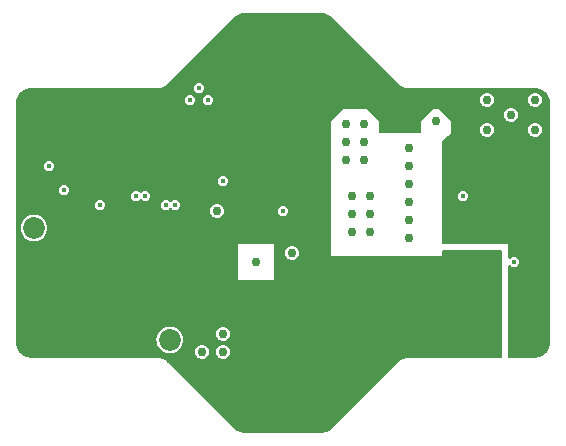
<source format=gbr>
%TF.GenerationSoftware,KiCad,Pcbnew,(7.0.0-0)*%
%TF.CreationDate,2023-08-11T18:05:37-07:00*%
%TF.ProjectId,Headlights_Driver,48656164-6c69-4676-9874-735f44726976,rev?*%
%TF.SameCoordinates,Original*%
%TF.FileFunction,Copper,L2,Inr*%
%TF.FilePolarity,Positive*%
%FSLAX46Y46*%
G04 Gerber Fmt 4.6, Leading zero omitted, Abs format (unit mm)*
G04 Created by KiCad (PCBNEW (7.0.0-0)) date 2023-08-11 18:05:37*
%MOMM*%
%LPD*%
G01*
G04 APERTURE LIST*
G04 Aperture macros list*
%AMRoundRect*
0 Rectangle with rounded corners*
0 $1 Rounding radius*
0 $2 $3 $4 $5 $6 $7 $8 $9 X,Y pos of 4 corners*
0 Add a 4 corners polygon primitive as box body*
4,1,4,$2,$3,$4,$5,$6,$7,$8,$9,$2,$3,0*
0 Add four circle primitives for the rounded corners*
1,1,$1+$1,$2,$3*
1,1,$1+$1,$4,$5*
1,1,$1+$1,$6,$7*
1,1,$1+$1,$8,$9*
0 Add four rect primitives between the rounded corners*
20,1,$1+$1,$2,$3,$4,$5,0*
20,1,$1+$1,$4,$5,$6,$7,0*
20,1,$1+$1,$6,$7,$8,$9,0*
20,1,$1+$1,$8,$9,$2,$3,0*%
G04 Aperture macros list end*
%TA.AperFunction,ComponentPad*%
%ADD10C,0.600000*%
%TD*%
%TA.AperFunction,ComponentPad*%
%ADD11C,0.800000*%
%TD*%
%TA.AperFunction,ComponentPad*%
%ADD12C,6.400000*%
%TD*%
%TA.AperFunction,ComponentPad*%
%ADD13RoundRect,0.250000X-0.675000X-0.675000X0.675000X-0.675000X0.675000X0.675000X-0.675000X0.675000X0*%
%TD*%
%TA.AperFunction,ComponentPad*%
%ADD14C,1.850000*%
%TD*%
%TA.AperFunction,ComponentPad*%
%ADD15RoundRect,0.250000X0.675000X-0.675000X0.675000X0.675000X-0.675000X0.675000X-0.675000X-0.675000X0*%
%TD*%
%TA.AperFunction,ViaPad*%
%ADD16C,0.450000*%
%TD*%
%TA.AperFunction,ViaPad*%
%ADD17C,0.762000*%
%TD*%
G04 APERTURE END LIST*
D10*
%TO.N,GND*%
%TO.C,U3*%
X141380000Y-78458000D03*
X143100000Y-78458000D03*
X142240000Y-77978000D03*
X141380000Y-77498000D03*
X143100000Y-77498000D03*
%TD*%
D11*
%TO.N,GND*%
%TO.C,H2*%
X143650000Y-91440000D03*
X144352944Y-89742944D03*
X144352944Y-93137056D03*
X146050000Y-89040000D03*
D12*
X146050000Y-91440000D03*
D11*
X146050000Y-93840000D03*
X147747056Y-89742944D03*
X147747056Y-93137056D03*
X148450000Y-91440000D03*
%TD*%
%TO.N,GND*%
%TO.C,H1*%
X143650000Y-63500000D03*
X144352944Y-61802944D03*
X144352944Y-65197056D03*
X146050000Y-61100000D03*
D12*
X146050000Y-63500000D03*
D11*
X146050000Y-65900000D03*
X147747056Y-61802944D03*
X147747056Y-65197056D03*
X148450000Y-63500000D03*
%TD*%
D13*
%TO.N,GND*%
%TO.C,J7*%
X132266000Y-87376000D03*
D14*
%TO.N,Vdrive*%
X136466000Y-87376000D03*
%TD*%
D15*
%TO.N,GND*%
%TO.C,J4*%
X124968000Y-82110000D03*
D14*
%TO.N,VDD*%
X124968000Y-77910000D03*
%TD*%
D16*
%TO.N,GND*%
X165608000Y-83058000D03*
D17*
X162560000Y-81026000D03*
D16*
X130810000Y-75227500D03*
D17*
X134620000Y-69850000D03*
X161798000Y-80264000D03*
X124206000Y-72898000D03*
D16*
X133096000Y-67056000D03*
X135128000Y-67056000D03*
X143764000Y-67056000D03*
D17*
X147574000Y-77216000D03*
D16*
X134112000Y-67056000D03*
D17*
X124206000Y-71882000D03*
X161036000Y-81026000D03*
X162560000Y-82550000D03*
D16*
X127508000Y-72898000D03*
D17*
X161798000Y-81788000D03*
D16*
X166370000Y-83058000D03*
X141732000Y-67056000D03*
D17*
X147574000Y-75946000D03*
X163322000Y-81788000D03*
D16*
X127508000Y-73660000D03*
D17*
X133350000Y-69850000D03*
X147574000Y-74676000D03*
D16*
X139192000Y-73914000D03*
X161290000Y-73660000D03*
X127508000Y-75692000D03*
D17*
X164084000Y-82550000D03*
X163322000Y-83312000D03*
X132080000Y-69850000D03*
%TO.N,VDD*%
X140970000Y-88392000D03*
X139192000Y-88392000D03*
X140970000Y-86868000D03*
D16*
%TO.N,/SWDIO*%
X138938000Y-66040000D03*
X136144000Y-75946000D03*
%TO.N,/SWCLK*%
X136906000Y-75946000D03*
X138176000Y-67056000D03*
%TO.N,/DRVR_EN*%
X146050000Y-76454000D03*
X139700000Y-67056000D03*
D17*
%TO.N,Net-(Q2-D)*%
X156718000Y-74168000D03*
X153416000Y-78232000D03*
X151892000Y-76708000D03*
X151892000Y-75184000D03*
X156718000Y-72644000D03*
X153416000Y-75184000D03*
X156718000Y-77216000D03*
X156718000Y-71120000D03*
X156718000Y-75692000D03*
X156718000Y-78740000D03*
X153416000Y-76708000D03*
X151892000Y-78232000D03*
D16*
%TO.N,/STATUS*%
X126238000Y-72644000D03*
X133604000Y-75184000D03*
D17*
%TO.N,/LED-*%
X163322000Y-67056000D03*
X167386000Y-67056000D03*
X165354000Y-68326000D03*
X163322000Y-69596000D03*
X167386000Y-69596000D03*
%TO.N,VS*%
X152908000Y-70612000D03*
X152908000Y-69088000D03*
X151384000Y-70612000D03*
X151384000Y-69088000D03*
X151384000Y-72136000D03*
X152908000Y-72136000D03*
%TO.N,Net-(D1-K)*%
X159004000Y-68834000D03*
X143764000Y-80772000D03*
D16*
%TO.N,/LOW*%
X140970000Y-73914000D03*
X134384646Y-75184000D03*
D17*
%TO.N,Net-(D2-K)*%
X140462000Y-76454000D03*
X146812000Y-80010000D03*
D16*
%TO.N,Net-(R3-Pad2)*%
X165608000Y-80772000D03*
X127508000Y-74676000D03*
%TO.N,Net-(R15-Pad1)*%
X130556000Y-75946000D03*
X161290000Y-75184000D03*
%TD*%
%TA.AperFunction,Conductor*%
%TO.N,GND*%
G36*
X149338889Y-59700889D02*
G01*
X149521089Y-59715235D01*
X149540609Y-59718327D01*
X149713510Y-59759843D01*
X149732308Y-59765952D01*
X149896580Y-59834002D01*
X149914185Y-59842973D01*
X149949863Y-59864838D01*
X150065792Y-59935885D01*
X150081786Y-59947506D01*
X150221104Y-60066501D01*
X150228366Y-60073215D01*
X155832077Y-65676926D01*
X155832131Y-65676948D01*
X155832223Y-65677023D01*
X155901882Y-65746687D01*
X155905881Y-65749592D01*
X155905885Y-65749596D01*
X155905928Y-65749627D01*
X156064937Y-65865161D01*
X156244519Y-65956670D01*
X156436205Y-66018960D01*
X156635274Y-66050497D01*
X156733962Y-66050499D01*
X156733963Y-66050500D01*
X156736051Y-66050500D01*
X167381044Y-66050500D01*
X167390929Y-66050887D01*
X167573154Y-66065229D01*
X167592661Y-66068319D01*
X167765571Y-66109830D01*
X167784365Y-66115937D01*
X167943755Y-66181959D01*
X167948637Y-66183981D01*
X167966254Y-66192957D01*
X168117861Y-66285862D01*
X168133857Y-66297484D01*
X168269060Y-66412959D01*
X168283040Y-66426939D01*
X168398515Y-66562142D01*
X168410137Y-66578138D01*
X168503042Y-66729745D01*
X168512018Y-66747362D01*
X168580060Y-66911629D01*
X168586170Y-66930433D01*
X168627678Y-67103328D01*
X168630771Y-67122856D01*
X168645112Y-67305070D01*
X168645500Y-67314956D01*
X168645500Y-87625044D01*
X168645112Y-87634930D01*
X168630771Y-87817143D01*
X168627678Y-87836671D01*
X168586170Y-88009566D01*
X168580060Y-88028370D01*
X168512018Y-88192637D01*
X168503042Y-88210254D01*
X168410137Y-88361861D01*
X168398515Y-88377857D01*
X168283040Y-88513060D01*
X168269060Y-88527040D01*
X168133857Y-88642515D01*
X168117861Y-88654137D01*
X167966254Y-88747042D01*
X167948637Y-88756018D01*
X167784370Y-88824060D01*
X167765566Y-88830170D01*
X167592671Y-88871678D01*
X167573143Y-88874771D01*
X167390930Y-88889112D01*
X167381044Y-88889500D01*
X165226000Y-88889500D01*
X165163000Y-88872619D01*
X165116881Y-88826500D01*
X165100000Y-88763500D01*
X165100000Y-81169938D01*
X165113733Y-81112735D01*
X165151939Y-81068002D01*
X165206289Y-81045489D01*
X165264936Y-81050105D01*
X165315095Y-81080842D01*
X165354780Y-81120528D01*
X165363612Y-81125028D01*
X165451752Y-81169938D01*
X165474874Y-81181719D01*
X165608000Y-81202804D01*
X165741126Y-81181719D01*
X165861220Y-81120528D01*
X165956528Y-81025220D01*
X166017719Y-80905126D01*
X166038804Y-80772000D01*
X166017719Y-80638874D01*
X165956528Y-80518780D01*
X165861220Y-80423472D01*
X165852388Y-80418972D01*
X165852387Y-80418971D01*
X165749959Y-80366781D01*
X165749955Y-80366779D01*
X165741126Y-80362281D01*
X165731334Y-80360730D01*
X165617793Y-80342747D01*
X165608000Y-80341196D01*
X165598207Y-80342747D01*
X165484665Y-80360730D01*
X165484663Y-80360730D01*
X165474874Y-80362281D01*
X165466046Y-80366778D01*
X165466040Y-80366781D01*
X165363612Y-80418971D01*
X165363608Y-80418973D01*
X165354780Y-80423472D01*
X165347771Y-80430480D01*
X165347768Y-80430483D01*
X165315095Y-80463157D01*
X165264936Y-80493895D01*
X165206289Y-80498511D01*
X165151939Y-80475998D01*
X165113733Y-80431265D01*
X165100000Y-80374062D01*
X165100000Y-79264590D01*
X165100000Y-79248000D01*
X165083410Y-79248000D01*
X159638000Y-79248000D01*
X159575000Y-79231119D01*
X159528881Y-79185000D01*
X159512000Y-79122000D01*
X159512000Y-75184000D01*
X160859196Y-75184000D01*
X160880281Y-75317126D01*
X160884779Y-75325955D01*
X160884781Y-75325959D01*
X160936971Y-75428387D01*
X160941472Y-75437220D01*
X161036780Y-75532528D01*
X161156874Y-75593719D01*
X161290000Y-75614804D01*
X161423126Y-75593719D01*
X161543220Y-75532528D01*
X161638528Y-75437220D01*
X161699719Y-75317126D01*
X161720804Y-75184000D01*
X161699719Y-75050874D01*
X161638528Y-74930780D01*
X161543220Y-74835472D01*
X161534388Y-74830972D01*
X161534387Y-74830971D01*
X161431959Y-74778781D01*
X161431955Y-74778779D01*
X161423126Y-74774281D01*
X161413334Y-74772730D01*
X161299793Y-74754747D01*
X161290000Y-74753196D01*
X161280207Y-74754747D01*
X161166665Y-74772730D01*
X161166663Y-74772730D01*
X161156874Y-74774281D01*
X161148046Y-74778778D01*
X161148040Y-74778781D01*
X161045612Y-74830971D01*
X161045608Y-74830973D01*
X161036780Y-74835472D01*
X161029771Y-74842480D01*
X161029768Y-74842483D01*
X160948483Y-74923768D01*
X160948480Y-74923771D01*
X160941472Y-74930780D01*
X160936973Y-74939608D01*
X160936971Y-74939612D01*
X160884781Y-75042040D01*
X160884778Y-75042046D01*
X160880281Y-75050874D01*
X160878730Y-75060663D01*
X160878730Y-75060665D01*
X160860747Y-75174207D01*
X160859196Y-75184000D01*
X159512000Y-75184000D01*
X159512000Y-70659456D01*
X159521670Y-70611047D01*
X159549197Y-70570069D01*
X160018391Y-70103939D01*
X160274000Y-69850000D01*
X160274000Y-69596000D01*
X162735482Y-69596000D01*
X162755467Y-69747802D01*
X162758623Y-69755422D01*
X162758625Y-69755428D01*
X162790807Y-69833119D01*
X162814061Y-69889259D01*
X162819084Y-69895806D01*
X162819087Y-69895810D01*
X162902246Y-70004185D01*
X162907269Y-70010731D01*
X162913814Y-70015753D01*
X163022189Y-70098912D01*
X163022191Y-70098913D01*
X163028741Y-70103939D01*
X163128780Y-70145377D01*
X163162571Y-70159374D01*
X163162572Y-70159374D01*
X163170198Y-70162533D01*
X163322000Y-70182518D01*
X163473802Y-70162533D01*
X163615259Y-70103939D01*
X163736731Y-70010731D01*
X163829939Y-69889259D01*
X163888533Y-69747802D01*
X163908518Y-69596000D01*
X166799482Y-69596000D01*
X166819467Y-69747802D01*
X166822623Y-69755422D01*
X166822625Y-69755428D01*
X166854807Y-69833119D01*
X166878061Y-69889259D01*
X166883084Y-69895806D01*
X166883087Y-69895810D01*
X166966246Y-70004185D01*
X166971269Y-70010731D01*
X166977814Y-70015753D01*
X167086189Y-70098912D01*
X167086191Y-70098913D01*
X167092741Y-70103939D01*
X167192780Y-70145377D01*
X167226571Y-70159374D01*
X167226572Y-70159374D01*
X167234198Y-70162533D01*
X167386000Y-70182518D01*
X167537802Y-70162533D01*
X167679259Y-70103939D01*
X167800731Y-70010731D01*
X167893939Y-69889259D01*
X167952533Y-69747802D01*
X167972518Y-69596000D01*
X167952533Y-69444198D01*
X167893939Y-69302741D01*
X167800731Y-69181269D01*
X167794185Y-69176246D01*
X167685810Y-69093087D01*
X167685806Y-69093084D01*
X167679259Y-69088061D01*
X167662119Y-69080961D01*
X167545428Y-69032625D01*
X167545422Y-69032623D01*
X167537802Y-69029467D01*
X167529618Y-69028389D01*
X167529616Y-69028389D01*
X167394188Y-69010560D01*
X167386000Y-69009482D01*
X167377812Y-69010560D01*
X167242383Y-69028389D01*
X167242379Y-69028389D01*
X167234198Y-69029467D01*
X167226579Y-69032622D01*
X167226571Y-69032625D01*
X167100369Y-69084901D01*
X167100366Y-69084902D01*
X167092741Y-69088061D01*
X167086196Y-69093082D01*
X167086189Y-69093087D01*
X166977814Y-69176246D01*
X166977810Y-69176249D01*
X166971269Y-69181269D01*
X166966249Y-69187810D01*
X166966246Y-69187814D01*
X166883087Y-69296189D01*
X166883082Y-69296196D01*
X166878061Y-69302741D01*
X166874902Y-69310366D01*
X166874901Y-69310369D01*
X166822625Y-69436571D01*
X166822622Y-69436579D01*
X166819467Y-69444198D01*
X166799482Y-69596000D01*
X163908518Y-69596000D01*
X163888533Y-69444198D01*
X163829939Y-69302741D01*
X163736731Y-69181269D01*
X163730185Y-69176246D01*
X163621810Y-69093087D01*
X163621806Y-69093084D01*
X163615259Y-69088061D01*
X163598119Y-69080961D01*
X163481428Y-69032625D01*
X163481422Y-69032623D01*
X163473802Y-69029467D01*
X163465618Y-69028389D01*
X163465616Y-69028389D01*
X163330188Y-69010560D01*
X163322000Y-69009482D01*
X163313812Y-69010560D01*
X163178383Y-69028389D01*
X163178379Y-69028389D01*
X163170198Y-69029467D01*
X163162579Y-69032622D01*
X163162571Y-69032625D01*
X163036369Y-69084901D01*
X163036366Y-69084902D01*
X163028741Y-69088061D01*
X163022196Y-69093082D01*
X163022189Y-69093087D01*
X162913814Y-69176246D01*
X162913810Y-69176249D01*
X162907269Y-69181269D01*
X162902249Y-69187810D01*
X162902246Y-69187814D01*
X162819087Y-69296189D01*
X162819082Y-69296196D01*
X162814061Y-69302741D01*
X162810902Y-69310366D01*
X162810901Y-69310369D01*
X162758625Y-69436571D01*
X162758622Y-69436579D01*
X162755467Y-69444198D01*
X162735482Y-69596000D01*
X160274000Y-69596000D01*
X160274000Y-68834000D01*
X159766000Y-68326000D01*
X164767482Y-68326000D01*
X164787467Y-68477802D01*
X164790623Y-68485422D01*
X164790625Y-68485428D01*
X164838961Y-68602119D01*
X164846061Y-68619259D01*
X164851084Y-68625806D01*
X164851087Y-68625810D01*
X164934246Y-68734185D01*
X164939269Y-68740731D01*
X164945814Y-68745753D01*
X165054189Y-68828912D01*
X165054191Y-68828913D01*
X165060741Y-68833939D01*
X165160780Y-68875377D01*
X165194571Y-68889374D01*
X165194572Y-68889374D01*
X165202198Y-68892533D01*
X165354000Y-68912518D01*
X165505802Y-68892533D01*
X165647259Y-68833939D01*
X165768731Y-68740731D01*
X165861939Y-68619259D01*
X165920533Y-68477802D01*
X165940518Y-68326000D01*
X165920533Y-68174198D01*
X165861939Y-68032741D01*
X165768731Y-67911269D01*
X165762185Y-67906246D01*
X165653810Y-67823087D01*
X165653806Y-67823084D01*
X165647259Y-67818061D01*
X165630119Y-67810961D01*
X165513428Y-67762625D01*
X165513422Y-67762623D01*
X165505802Y-67759467D01*
X165497618Y-67758389D01*
X165497616Y-67758389D01*
X165362188Y-67740560D01*
X165354000Y-67739482D01*
X165345812Y-67740560D01*
X165210383Y-67758389D01*
X165210379Y-67758389D01*
X165202198Y-67759467D01*
X165194579Y-67762622D01*
X165194571Y-67762625D01*
X165068369Y-67814901D01*
X165068366Y-67814902D01*
X165060741Y-67818061D01*
X165054196Y-67823082D01*
X165054189Y-67823087D01*
X164945814Y-67906246D01*
X164945810Y-67906249D01*
X164939269Y-67911269D01*
X164934249Y-67917810D01*
X164934246Y-67917814D01*
X164851087Y-68026189D01*
X164851082Y-68026196D01*
X164846061Y-68032741D01*
X164842902Y-68040366D01*
X164842901Y-68040369D01*
X164790625Y-68166571D01*
X164790622Y-68166579D01*
X164787467Y-68174198D01*
X164767482Y-68326000D01*
X159766000Y-68326000D01*
X159258000Y-67818000D01*
X158750000Y-67818000D01*
X158741227Y-67826772D01*
X158741224Y-67826775D01*
X157742775Y-68825224D01*
X157742772Y-68825227D01*
X157734000Y-68834000D01*
X157734000Y-68846410D01*
X157734000Y-69724000D01*
X157717119Y-69787000D01*
X157671000Y-69833119D01*
X157608000Y-69850000D01*
X154304000Y-69850000D01*
X154241000Y-69833119D01*
X154194881Y-69787000D01*
X154178000Y-69724000D01*
X154178000Y-68846410D01*
X154178000Y-68834000D01*
X153162000Y-67818000D01*
X151130000Y-67818000D01*
X151121227Y-67826772D01*
X151121224Y-67826775D01*
X150122775Y-68825224D01*
X150122772Y-68825227D01*
X150114000Y-68834000D01*
X150114000Y-80264000D01*
X159495410Y-80264000D01*
X159512000Y-80264000D01*
X159512000Y-79882000D01*
X159528881Y-79819000D01*
X159575000Y-79772881D01*
X159638000Y-79756000D01*
X164466000Y-79756000D01*
X164529000Y-79772881D01*
X164575119Y-79819000D01*
X164592000Y-79882000D01*
X164592000Y-88763500D01*
X164575119Y-88826500D01*
X164529000Y-88872619D01*
X164466000Y-88889500D01*
X156736137Y-88889500D01*
X156736051Y-88889488D01*
X156736051Y-88889478D01*
X156735977Y-88889477D01*
X156735970Y-88889477D01*
X156640225Y-88889475D01*
X156640223Y-88889475D01*
X156635272Y-88889475D01*
X156630390Y-88890248D01*
X156630379Y-88890249D01*
X156441085Y-88920228D01*
X156441079Y-88920229D01*
X156436194Y-88921003D01*
X156431486Y-88922532D01*
X156431485Y-88922533D01*
X156249207Y-88981760D01*
X156249197Y-88981764D01*
X156244501Y-88983290D01*
X156240099Y-88985532D01*
X156240092Y-88985536D01*
X156069317Y-89072557D01*
X156069303Y-89072565D01*
X156064914Y-89074802D01*
X156060921Y-89077702D01*
X156060915Y-89077707D01*
X155905863Y-89190372D01*
X155905854Y-89190379D01*
X155901857Y-89193284D01*
X155898363Y-89196777D01*
X155898354Y-89196786D01*
X155832076Y-89263074D01*
X155832075Y-89263073D01*
X155832066Y-89263084D01*
X150228048Y-94867101D01*
X150220790Y-94873811D01*
X150081811Y-94992527D01*
X150065813Y-95004152D01*
X149914212Y-95097062D01*
X149896594Y-95106040D01*
X149732326Y-95174087D01*
X149713519Y-95180198D01*
X149540624Y-95221706D01*
X149521092Y-95224799D01*
X149339161Y-95239112D01*
X149329279Y-95239500D01*
X142770999Y-95239500D01*
X142761111Y-95239111D01*
X142730250Y-95236681D01*
X142578909Y-95224766D01*
X142559384Y-95221674D01*
X142386481Y-95180163D01*
X142367681Y-95174054D01*
X142203410Y-95106016D01*
X142185795Y-95097041D01*
X142034177Y-95004138D01*
X142018184Y-94992520D01*
X141879429Y-94874030D01*
X141872157Y-94867308D01*
X136269456Y-89264607D01*
X136269405Y-89264541D01*
X136269415Y-89264532D01*
X136198149Y-89193277D01*
X136194148Y-89190370D01*
X136194144Y-89190367D01*
X136039083Y-89077722D01*
X136039080Y-89077720D01*
X136035081Y-89074815D01*
X135855491Y-88983318D01*
X135850794Y-88981792D01*
X135850792Y-88981791D01*
X135668506Y-88922565D01*
X135668505Y-88922564D01*
X135663800Y-88921036D01*
X135597285Y-88910500D01*
X135469617Y-88890277D01*
X135469609Y-88890276D01*
X135464727Y-88889503D01*
X135459788Y-88889502D01*
X135459778Y-88889502D01*
X135366037Y-88889500D01*
X124718956Y-88889500D01*
X124709070Y-88889112D01*
X124526856Y-88874771D01*
X124507328Y-88871678D01*
X124334433Y-88830170D01*
X124315629Y-88824060D01*
X124151362Y-88756018D01*
X124133745Y-88747042D01*
X123982138Y-88654137D01*
X123966142Y-88642515D01*
X123830939Y-88527040D01*
X123816959Y-88513060D01*
X123701484Y-88377857D01*
X123689862Y-88361861D01*
X123596957Y-88210254D01*
X123587981Y-88192637D01*
X123566766Y-88141420D01*
X123519937Y-88028365D01*
X123513829Y-88009566D01*
X123507647Y-87983814D01*
X123472319Y-87836661D01*
X123469229Y-87817154D01*
X123454887Y-87634929D01*
X123454500Y-87625044D01*
X123454500Y-87376000D01*
X135335678Y-87376000D01*
X135354924Y-87583696D01*
X135412006Y-87784319D01*
X135504981Y-87971038D01*
X135508489Y-87975684D01*
X135508492Y-87975688D01*
X135627169Y-88132842D01*
X135627173Y-88132846D01*
X135630682Y-88137493D01*
X135784829Y-88278016D01*
X135962172Y-88387823D01*
X135967602Y-88389926D01*
X135967605Y-88389928D01*
X136023034Y-88411401D01*
X136156673Y-88463173D01*
X136361707Y-88501500D01*
X136564465Y-88501500D01*
X136570293Y-88501500D01*
X136775327Y-88463173D01*
X136959046Y-88392000D01*
X138605482Y-88392000D01*
X138606560Y-88400188D01*
X138622412Y-88520601D01*
X138625467Y-88543802D01*
X138628623Y-88551422D01*
X138628625Y-88551428D01*
X138669024Y-88648957D01*
X138684061Y-88685259D01*
X138689084Y-88691806D01*
X138689087Y-88691810D01*
X138744097Y-88763500D01*
X138777269Y-88806731D01*
X138783814Y-88811753D01*
X138892189Y-88894912D01*
X138892191Y-88894913D01*
X138898741Y-88899939D01*
X138998780Y-88941377D01*
X139032571Y-88955374D01*
X139032572Y-88955374D01*
X139040198Y-88958533D01*
X139192000Y-88978518D01*
X139343802Y-88958533D01*
X139485259Y-88899939D01*
X139606731Y-88806731D01*
X139699939Y-88685259D01*
X139758533Y-88543802D01*
X139778518Y-88392000D01*
X140383482Y-88392000D01*
X140384560Y-88400188D01*
X140400412Y-88520601D01*
X140403467Y-88543802D01*
X140406623Y-88551422D01*
X140406625Y-88551428D01*
X140447024Y-88648957D01*
X140462061Y-88685259D01*
X140467084Y-88691806D01*
X140467087Y-88691810D01*
X140522097Y-88763500D01*
X140555269Y-88806731D01*
X140561814Y-88811753D01*
X140670189Y-88894912D01*
X140670191Y-88894913D01*
X140676741Y-88899939D01*
X140776780Y-88941377D01*
X140810571Y-88955374D01*
X140810572Y-88955374D01*
X140818198Y-88958533D01*
X140970000Y-88978518D01*
X141121802Y-88958533D01*
X141263259Y-88899939D01*
X141384731Y-88806731D01*
X141477939Y-88685259D01*
X141536533Y-88543802D01*
X141556518Y-88392000D01*
X141536533Y-88240198D01*
X141477939Y-88098741D01*
X141384731Y-87977269D01*
X141369814Y-87965823D01*
X141269810Y-87889087D01*
X141269806Y-87889084D01*
X141263259Y-87884061D01*
X141246119Y-87876961D01*
X141129428Y-87828625D01*
X141129422Y-87828623D01*
X141121802Y-87825467D01*
X141113618Y-87824389D01*
X141113616Y-87824389D01*
X140978188Y-87806560D01*
X140970000Y-87805482D01*
X140961812Y-87806560D01*
X140826383Y-87824389D01*
X140826379Y-87824389D01*
X140818198Y-87825467D01*
X140810579Y-87828622D01*
X140810571Y-87828625D01*
X140684369Y-87880901D01*
X140684366Y-87880902D01*
X140676741Y-87884061D01*
X140670196Y-87889082D01*
X140670189Y-87889087D01*
X140561814Y-87972246D01*
X140561810Y-87972249D01*
X140555269Y-87977269D01*
X140550249Y-87983810D01*
X140550246Y-87983814D01*
X140467087Y-88092189D01*
X140467082Y-88092196D01*
X140462061Y-88098741D01*
X140458902Y-88106366D01*
X140458901Y-88106369D01*
X140406625Y-88232571D01*
X140406622Y-88232579D01*
X140403467Y-88240198D01*
X140402389Y-88248379D01*
X140402389Y-88248383D01*
X140395445Y-88301129D01*
X140383482Y-88392000D01*
X139778518Y-88392000D01*
X139758533Y-88240198D01*
X139699939Y-88098741D01*
X139606731Y-87977269D01*
X139591814Y-87965823D01*
X139491810Y-87889087D01*
X139491806Y-87889084D01*
X139485259Y-87884061D01*
X139468119Y-87876961D01*
X139351428Y-87828625D01*
X139351422Y-87828623D01*
X139343802Y-87825467D01*
X139335618Y-87824389D01*
X139335616Y-87824389D01*
X139200188Y-87806560D01*
X139192000Y-87805482D01*
X139183812Y-87806560D01*
X139048383Y-87824389D01*
X139048379Y-87824389D01*
X139040198Y-87825467D01*
X139032579Y-87828622D01*
X139032571Y-87828625D01*
X138906369Y-87880901D01*
X138906366Y-87880902D01*
X138898741Y-87884061D01*
X138892196Y-87889082D01*
X138892189Y-87889087D01*
X138783814Y-87972246D01*
X138783810Y-87972249D01*
X138777269Y-87977269D01*
X138772249Y-87983810D01*
X138772246Y-87983814D01*
X138689087Y-88092189D01*
X138689082Y-88092196D01*
X138684061Y-88098741D01*
X138680902Y-88106366D01*
X138680901Y-88106369D01*
X138628625Y-88232571D01*
X138628622Y-88232579D01*
X138625467Y-88240198D01*
X138624389Y-88248379D01*
X138624389Y-88248383D01*
X138617445Y-88301129D01*
X138605482Y-88392000D01*
X136959046Y-88392000D01*
X136969828Y-88387823D01*
X137147171Y-88278016D01*
X137301318Y-88137493D01*
X137427019Y-87971038D01*
X137519994Y-87784319D01*
X137577076Y-87583696D01*
X137596322Y-87376000D01*
X137577076Y-87168304D01*
X137519994Y-86967681D01*
X137470359Y-86868000D01*
X140383482Y-86868000D01*
X140403467Y-87019802D01*
X140406623Y-87027422D01*
X140406625Y-87027428D01*
X140454961Y-87144119D01*
X140462061Y-87161259D01*
X140467084Y-87167806D01*
X140467087Y-87167810D01*
X140550246Y-87276185D01*
X140555269Y-87282731D01*
X140561814Y-87287753D01*
X140670189Y-87370912D01*
X140670191Y-87370913D01*
X140676741Y-87375939D01*
X140776780Y-87417377D01*
X140810571Y-87431374D01*
X140810572Y-87431374D01*
X140818198Y-87434533D01*
X140970000Y-87454518D01*
X141121802Y-87434533D01*
X141263259Y-87375939D01*
X141384731Y-87282731D01*
X141477939Y-87161259D01*
X141536533Y-87019802D01*
X141556518Y-86868000D01*
X141536533Y-86716198D01*
X141477939Y-86574741D01*
X141384731Y-86453269D01*
X141378185Y-86448246D01*
X141269810Y-86365087D01*
X141269806Y-86365084D01*
X141263259Y-86360061D01*
X141246119Y-86352961D01*
X141129428Y-86304625D01*
X141129422Y-86304623D01*
X141121802Y-86301467D01*
X141113618Y-86300389D01*
X141113616Y-86300389D01*
X140978188Y-86282560D01*
X140970000Y-86281482D01*
X140961812Y-86282560D01*
X140826383Y-86300389D01*
X140826379Y-86300389D01*
X140818198Y-86301467D01*
X140810579Y-86304622D01*
X140810571Y-86304625D01*
X140684369Y-86356901D01*
X140684366Y-86356902D01*
X140676741Y-86360061D01*
X140670196Y-86365082D01*
X140670189Y-86365087D01*
X140561814Y-86448246D01*
X140561810Y-86448249D01*
X140555269Y-86453269D01*
X140550249Y-86459810D01*
X140550246Y-86459814D01*
X140467087Y-86568189D01*
X140467082Y-86568196D01*
X140462061Y-86574741D01*
X140458902Y-86582366D01*
X140458901Y-86582369D01*
X140406625Y-86708571D01*
X140406622Y-86708579D01*
X140403467Y-86716198D01*
X140402389Y-86724379D01*
X140402389Y-86724383D01*
X140394254Y-86786176D01*
X140383482Y-86868000D01*
X137470359Y-86868000D01*
X137427019Y-86780962D01*
X137384293Y-86724383D01*
X137304830Y-86619157D01*
X137304827Y-86619153D01*
X137301318Y-86614507D01*
X137147171Y-86473984D01*
X136969828Y-86364177D01*
X136964401Y-86362074D01*
X136964394Y-86362071D01*
X136780753Y-86290929D01*
X136780752Y-86290928D01*
X136775327Y-86288827D01*
X136769608Y-86287758D01*
X136769605Y-86287757D01*
X136576019Y-86251570D01*
X136576015Y-86251569D01*
X136570293Y-86250500D01*
X136361707Y-86250500D01*
X136355985Y-86251569D01*
X136355980Y-86251570D01*
X136162394Y-86287757D01*
X136162388Y-86287758D01*
X136156673Y-86288827D01*
X136151250Y-86290927D01*
X136151246Y-86290929D01*
X135967605Y-86362071D01*
X135967593Y-86362076D01*
X135962172Y-86364177D01*
X135957221Y-86367242D01*
X135957216Y-86367245D01*
X135789778Y-86470919D01*
X135789772Y-86470922D01*
X135784829Y-86473984D01*
X135780528Y-86477904D01*
X135780525Y-86477907D01*
X135634990Y-86610579D01*
X135634985Y-86610583D01*
X135630682Y-86614507D01*
X135627177Y-86619147D01*
X135627169Y-86619157D01*
X135508492Y-86776311D01*
X135508486Y-86776320D01*
X135504981Y-86780962D01*
X135502387Y-86786169D01*
X135502384Y-86786176D01*
X135465718Y-86859812D01*
X135412006Y-86967681D01*
X135410411Y-86973283D01*
X135410411Y-86973286D01*
X135395007Y-87027428D01*
X135354924Y-87168304D01*
X135335678Y-87376000D01*
X123454500Y-87376000D01*
X123454500Y-79248000D01*
X142240000Y-79248000D01*
X142240000Y-82296000D01*
X145271410Y-82296000D01*
X145288000Y-82296000D01*
X145288000Y-80010000D01*
X146225482Y-80010000D01*
X146245467Y-80161802D01*
X146248623Y-80169422D01*
X146248625Y-80169428D01*
X146287799Y-80264000D01*
X146304061Y-80303259D01*
X146309084Y-80309806D01*
X146309087Y-80309810D01*
X146392246Y-80418185D01*
X146397269Y-80424731D01*
X146403814Y-80429753D01*
X146512189Y-80512912D01*
X146512191Y-80512913D01*
X146518741Y-80517939D01*
X146618780Y-80559377D01*
X146652571Y-80573374D01*
X146652572Y-80573374D01*
X146660198Y-80576533D01*
X146812000Y-80596518D01*
X146963802Y-80576533D01*
X147105259Y-80517939D01*
X147226731Y-80424731D01*
X147319939Y-80303259D01*
X147378533Y-80161802D01*
X147398518Y-80010000D01*
X147378533Y-79858198D01*
X147362296Y-79819000D01*
X147343193Y-79772881D01*
X147319939Y-79716741D01*
X147226731Y-79595269D01*
X147220185Y-79590246D01*
X147111810Y-79507087D01*
X147111806Y-79507084D01*
X147105259Y-79502061D01*
X147088119Y-79494961D01*
X146971428Y-79446625D01*
X146971422Y-79446623D01*
X146963802Y-79443467D01*
X146955618Y-79442389D01*
X146955616Y-79442389D01*
X146820188Y-79424560D01*
X146812000Y-79423482D01*
X146803812Y-79424560D01*
X146668383Y-79442389D01*
X146668379Y-79442389D01*
X146660198Y-79443467D01*
X146652579Y-79446622D01*
X146652571Y-79446625D01*
X146526369Y-79498901D01*
X146526366Y-79498902D01*
X146518741Y-79502061D01*
X146512196Y-79507082D01*
X146512189Y-79507087D01*
X146403814Y-79590246D01*
X146403810Y-79590249D01*
X146397269Y-79595269D01*
X146392249Y-79601810D01*
X146392246Y-79601814D01*
X146309087Y-79710189D01*
X146309082Y-79710196D01*
X146304061Y-79716741D01*
X146300902Y-79724366D01*
X146300901Y-79724369D01*
X146248625Y-79850571D01*
X146248622Y-79850579D01*
X146245467Y-79858198D01*
X146225482Y-80010000D01*
X145288000Y-80010000D01*
X145288000Y-79248000D01*
X142240000Y-79248000D01*
X123454500Y-79248000D01*
X123454500Y-77910000D01*
X123837678Y-77910000D01*
X123856924Y-78117696D01*
X123914006Y-78318319D01*
X124006981Y-78505038D01*
X124010489Y-78509684D01*
X124010492Y-78509688D01*
X124129169Y-78666842D01*
X124129173Y-78666846D01*
X124132682Y-78671493D01*
X124286829Y-78812016D01*
X124464172Y-78921823D01*
X124469602Y-78923926D01*
X124469605Y-78923928D01*
X124525034Y-78945401D01*
X124658673Y-78997173D01*
X124863707Y-79035500D01*
X125066465Y-79035500D01*
X125072293Y-79035500D01*
X125277327Y-78997173D01*
X125471828Y-78921823D01*
X125649171Y-78812016D01*
X125803318Y-78671493D01*
X125929019Y-78505038D01*
X126021994Y-78318319D01*
X126079076Y-78117696D01*
X126098322Y-77910000D01*
X126079076Y-77702304D01*
X126021994Y-77501681D01*
X125929019Y-77314962D01*
X125803318Y-77148507D01*
X125649171Y-77007984D01*
X125471828Y-76898177D01*
X125466401Y-76896074D01*
X125466394Y-76896071D01*
X125282753Y-76824929D01*
X125282752Y-76824928D01*
X125277327Y-76822827D01*
X125271608Y-76821758D01*
X125271605Y-76821757D01*
X125078019Y-76785570D01*
X125078015Y-76785569D01*
X125072293Y-76784500D01*
X124863707Y-76784500D01*
X124857985Y-76785569D01*
X124857980Y-76785570D01*
X124664394Y-76821757D01*
X124664388Y-76821758D01*
X124658673Y-76822827D01*
X124653250Y-76824927D01*
X124653246Y-76824929D01*
X124469605Y-76896071D01*
X124469593Y-76896076D01*
X124464172Y-76898177D01*
X124459221Y-76901242D01*
X124459216Y-76901245D01*
X124291778Y-77004919D01*
X124291772Y-77004922D01*
X124286829Y-77007984D01*
X124282528Y-77011904D01*
X124282525Y-77011907D01*
X124136990Y-77144579D01*
X124136985Y-77144583D01*
X124132682Y-77148507D01*
X124129177Y-77153147D01*
X124129169Y-77153157D01*
X124010492Y-77310311D01*
X124010486Y-77310320D01*
X124006981Y-77314962D01*
X124004387Y-77320169D01*
X124004384Y-77320176D01*
X123916602Y-77496467D01*
X123914006Y-77501681D01*
X123856924Y-77702304D01*
X123837678Y-77910000D01*
X123454500Y-77910000D01*
X123454500Y-76454000D01*
X139875482Y-76454000D01*
X139895467Y-76605802D01*
X139898623Y-76613422D01*
X139898625Y-76613428D01*
X139933817Y-76698387D01*
X139954061Y-76747259D01*
X139959084Y-76753806D01*
X139959087Y-76753810D01*
X140039969Y-76859218D01*
X140047269Y-76868731D01*
X140053814Y-76873753D01*
X140162189Y-76956912D01*
X140162191Y-76956913D01*
X140168741Y-76961939D01*
X140268780Y-77003377D01*
X140302571Y-77017374D01*
X140302572Y-77017374D01*
X140310198Y-77020533D01*
X140462000Y-77040518D01*
X140613802Y-77020533D01*
X140755259Y-76961939D01*
X140876731Y-76868731D01*
X140969939Y-76747259D01*
X141028533Y-76605802D01*
X141048518Y-76454000D01*
X145619196Y-76454000D01*
X145640281Y-76587126D01*
X145644779Y-76595955D01*
X145644781Y-76595959D01*
X145696971Y-76698387D01*
X145701472Y-76707220D01*
X145796780Y-76802528D01*
X145916874Y-76863719D01*
X146050000Y-76884804D01*
X146183126Y-76863719D01*
X146303220Y-76802528D01*
X146398528Y-76707220D01*
X146459719Y-76587126D01*
X146480804Y-76454000D01*
X146459719Y-76320874D01*
X146398528Y-76200780D01*
X146303220Y-76105472D01*
X146294388Y-76100972D01*
X146294387Y-76100971D01*
X146191959Y-76048781D01*
X146191955Y-76048779D01*
X146183126Y-76044281D01*
X146173334Y-76042730D01*
X146059793Y-76024747D01*
X146050000Y-76023196D01*
X146040207Y-76024747D01*
X145926665Y-76042730D01*
X145926663Y-76042730D01*
X145916874Y-76044281D01*
X145908046Y-76048778D01*
X145908040Y-76048781D01*
X145805612Y-76100971D01*
X145805608Y-76100973D01*
X145796780Y-76105472D01*
X145789771Y-76112480D01*
X145789768Y-76112483D01*
X145708483Y-76193768D01*
X145708480Y-76193771D01*
X145701472Y-76200780D01*
X145696973Y-76209608D01*
X145696971Y-76209612D01*
X145644781Y-76312040D01*
X145644778Y-76312046D01*
X145640281Y-76320874D01*
X145638730Y-76330663D01*
X145638730Y-76330665D01*
X145620747Y-76444207D01*
X145619196Y-76454000D01*
X141048518Y-76454000D01*
X141028533Y-76302198D01*
X141022451Y-76287516D01*
X140990182Y-76209612D01*
X140969939Y-76160741D01*
X140950563Y-76135490D01*
X140881753Y-76045814D01*
X140876731Y-76039269D01*
X140870185Y-76034246D01*
X140761810Y-75951087D01*
X140761806Y-75951084D01*
X140755259Y-75946061D01*
X140731470Y-75936207D01*
X140621428Y-75890625D01*
X140621422Y-75890623D01*
X140613802Y-75887467D01*
X140605618Y-75886389D01*
X140605616Y-75886389D01*
X140470188Y-75868560D01*
X140462000Y-75867482D01*
X140453812Y-75868560D01*
X140318383Y-75886389D01*
X140318379Y-75886389D01*
X140310198Y-75887467D01*
X140302579Y-75890622D01*
X140302571Y-75890625D01*
X140176369Y-75942901D01*
X140176366Y-75942902D01*
X140168741Y-75946061D01*
X140162196Y-75951082D01*
X140162189Y-75951087D01*
X140053814Y-76034246D01*
X140053810Y-76034249D01*
X140047269Y-76039269D01*
X140042249Y-76045810D01*
X140042246Y-76045814D01*
X139959087Y-76154189D01*
X139959082Y-76154196D01*
X139954061Y-76160741D01*
X139950902Y-76168366D01*
X139950901Y-76168369D01*
X139898625Y-76294571D01*
X139898622Y-76294579D01*
X139895467Y-76302198D01*
X139875482Y-76454000D01*
X123454500Y-76454000D01*
X123454500Y-75946000D01*
X130125196Y-75946000D01*
X130146281Y-76079126D01*
X130150779Y-76087955D01*
X130150781Y-76087959D01*
X130202971Y-76190387D01*
X130207472Y-76199220D01*
X130302780Y-76294528D01*
X130422874Y-76355719D01*
X130556000Y-76376804D01*
X130689126Y-76355719D01*
X130809220Y-76294528D01*
X130904528Y-76199220D01*
X130965719Y-76079126D01*
X130986804Y-75946000D01*
X135713196Y-75946000D01*
X135734281Y-76079126D01*
X135738779Y-76087955D01*
X135738781Y-76087959D01*
X135790971Y-76190387D01*
X135795472Y-76199220D01*
X135890780Y-76294528D01*
X136010874Y-76355719D01*
X136144000Y-76376804D01*
X136277126Y-76355719D01*
X136397220Y-76294528D01*
X136435905Y-76255842D01*
X136492389Y-76223231D01*
X136557611Y-76223231D01*
X136614095Y-76255843D01*
X136652780Y-76294528D01*
X136772874Y-76355719D01*
X136906000Y-76376804D01*
X137039126Y-76355719D01*
X137159220Y-76294528D01*
X137254528Y-76199220D01*
X137315719Y-76079126D01*
X137336804Y-75946000D01*
X137315719Y-75812874D01*
X137254528Y-75692780D01*
X137159220Y-75597472D01*
X137150388Y-75592972D01*
X137150387Y-75592971D01*
X137047959Y-75540781D01*
X137047955Y-75540779D01*
X137039126Y-75536281D01*
X137029334Y-75534730D01*
X136915793Y-75516747D01*
X136906000Y-75515196D01*
X136896207Y-75516747D01*
X136782665Y-75534730D01*
X136782663Y-75534730D01*
X136772874Y-75536281D01*
X136764046Y-75540778D01*
X136764040Y-75540781D01*
X136661612Y-75592971D01*
X136661608Y-75592973D01*
X136652780Y-75597472D01*
X136645771Y-75604480D01*
X136645768Y-75604483D01*
X136614095Y-75636157D01*
X136557611Y-75668769D01*
X136492389Y-75668769D01*
X136435905Y-75636157D01*
X136404231Y-75604483D01*
X136397220Y-75597472D01*
X136388388Y-75592972D01*
X136388387Y-75592971D01*
X136285959Y-75540781D01*
X136285955Y-75540779D01*
X136277126Y-75536281D01*
X136267334Y-75534730D01*
X136153793Y-75516747D01*
X136144000Y-75515196D01*
X136134207Y-75516747D01*
X136020665Y-75534730D01*
X136020663Y-75534730D01*
X136010874Y-75536281D01*
X136002046Y-75540778D01*
X136002040Y-75540781D01*
X135899612Y-75592971D01*
X135899608Y-75592973D01*
X135890780Y-75597472D01*
X135883771Y-75604480D01*
X135883768Y-75604483D01*
X135802483Y-75685768D01*
X135802480Y-75685771D01*
X135795472Y-75692780D01*
X135790973Y-75701608D01*
X135790971Y-75701612D01*
X135738781Y-75804040D01*
X135738778Y-75804046D01*
X135734281Y-75812874D01*
X135732730Y-75822663D01*
X135732730Y-75822665D01*
X135714747Y-75936207D01*
X135713196Y-75946000D01*
X130986804Y-75946000D01*
X130965719Y-75812874D01*
X130904528Y-75692780D01*
X130809220Y-75597472D01*
X130800388Y-75592972D01*
X130800387Y-75592971D01*
X130697959Y-75540781D01*
X130697955Y-75540779D01*
X130689126Y-75536281D01*
X130679334Y-75534730D01*
X130565793Y-75516747D01*
X130556000Y-75515196D01*
X130546207Y-75516747D01*
X130432665Y-75534730D01*
X130432663Y-75534730D01*
X130422874Y-75536281D01*
X130414046Y-75540778D01*
X130414040Y-75540781D01*
X130311612Y-75592971D01*
X130311608Y-75592973D01*
X130302780Y-75597472D01*
X130295771Y-75604480D01*
X130295768Y-75604483D01*
X130214483Y-75685768D01*
X130214480Y-75685771D01*
X130207472Y-75692780D01*
X130202973Y-75701608D01*
X130202971Y-75701612D01*
X130150781Y-75804040D01*
X130150778Y-75804046D01*
X130146281Y-75812874D01*
X130144730Y-75822663D01*
X130144730Y-75822665D01*
X130126747Y-75936207D01*
X130125196Y-75946000D01*
X123454500Y-75946000D01*
X123454500Y-75184000D01*
X133173196Y-75184000D01*
X133194281Y-75317126D01*
X133198779Y-75325955D01*
X133198781Y-75325959D01*
X133250971Y-75428387D01*
X133255472Y-75437220D01*
X133350780Y-75532528D01*
X133470874Y-75593719D01*
X133604000Y-75614804D01*
X133737126Y-75593719D01*
X133857220Y-75532528D01*
X133905228Y-75484520D01*
X133961712Y-75451908D01*
X134026934Y-75451908D01*
X134083418Y-75484520D01*
X134131426Y-75532528D01*
X134251520Y-75593719D01*
X134384646Y-75614804D01*
X134517772Y-75593719D01*
X134637866Y-75532528D01*
X134733174Y-75437220D01*
X134794365Y-75317126D01*
X134815450Y-75184000D01*
X134794365Y-75050874D01*
X134733174Y-74930780D01*
X134637866Y-74835472D01*
X134629034Y-74830972D01*
X134629033Y-74830971D01*
X134526605Y-74778781D01*
X134526601Y-74778779D01*
X134517772Y-74774281D01*
X134507980Y-74772730D01*
X134394439Y-74754747D01*
X134384646Y-74753196D01*
X134374853Y-74754747D01*
X134261311Y-74772730D01*
X134261309Y-74772730D01*
X134251520Y-74774281D01*
X134242692Y-74778778D01*
X134242686Y-74778781D01*
X134140258Y-74830971D01*
X134140254Y-74830973D01*
X134131426Y-74835472D01*
X134124417Y-74842480D01*
X134124414Y-74842483D01*
X134083418Y-74883480D01*
X134026934Y-74916092D01*
X133961712Y-74916092D01*
X133905228Y-74883480D01*
X133864231Y-74842483D01*
X133857220Y-74835472D01*
X133848388Y-74830972D01*
X133848387Y-74830971D01*
X133745959Y-74778781D01*
X133745955Y-74778779D01*
X133737126Y-74774281D01*
X133727334Y-74772730D01*
X133613793Y-74754747D01*
X133604000Y-74753196D01*
X133594207Y-74754747D01*
X133480665Y-74772730D01*
X133480663Y-74772730D01*
X133470874Y-74774281D01*
X133462046Y-74778778D01*
X133462040Y-74778781D01*
X133359612Y-74830971D01*
X133359608Y-74830973D01*
X133350780Y-74835472D01*
X133343771Y-74842480D01*
X133343768Y-74842483D01*
X133262483Y-74923768D01*
X133262480Y-74923771D01*
X133255472Y-74930780D01*
X133250973Y-74939608D01*
X133250971Y-74939612D01*
X133198781Y-75042040D01*
X133198778Y-75042046D01*
X133194281Y-75050874D01*
X133192730Y-75060663D01*
X133192730Y-75060665D01*
X133174747Y-75174207D01*
X133173196Y-75184000D01*
X123454500Y-75184000D01*
X123454500Y-74676000D01*
X127077196Y-74676000D01*
X127098281Y-74809126D01*
X127102779Y-74817955D01*
X127102781Y-74817959D01*
X127115277Y-74842483D01*
X127159472Y-74929220D01*
X127254780Y-75024528D01*
X127374874Y-75085719D01*
X127508000Y-75106804D01*
X127641126Y-75085719D01*
X127761220Y-75024528D01*
X127856528Y-74929220D01*
X127917719Y-74809126D01*
X127938804Y-74676000D01*
X127917719Y-74542874D01*
X127856528Y-74422780D01*
X127761220Y-74327472D01*
X127752388Y-74322972D01*
X127752387Y-74322971D01*
X127649959Y-74270781D01*
X127649955Y-74270779D01*
X127641126Y-74266281D01*
X127631334Y-74264730D01*
X127517793Y-74246747D01*
X127508000Y-74245196D01*
X127498207Y-74246747D01*
X127384665Y-74264730D01*
X127384663Y-74264730D01*
X127374874Y-74266281D01*
X127366046Y-74270778D01*
X127366040Y-74270781D01*
X127263612Y-74322971D01*
X127263608Y-74322973D01*
X127254780Y-74327472D01*
X127247771Y-74334480D01*
X127247768Y-74334483D01*
X127166483Y-74415768D01*
X127166480Y-74415771D01*
X127159472Y-74422780D01*
X127154973Y-74431608D01*
X127154971Y-74431612D01*
X127102781Y-74534040D01*
X127102778Y-74534046D01*
X127098281Y-74542874D01*
X127077196Y-74676000D01*
X123454500Y-74676000D01*
X123454500Y-73914000D01*
X140539196Y-73914000D01*
X140560281Y-74047126D01*
X140564779Y-74055955D01*
X140564781Y-74055959D01*
X140616971Y-74158387D01*
X140621472Y-74167220D01*
X140716780Y-74262528D01*
X140836874Y-74323719D01*
X140970000Y-74344804D01*
X141103126Y-74323719D01*
X141223220Y-74262528D01*
X141318528Y-74167220D01*
X141379719Y-74047126D01*
X141400804Y-73914000D01*
X141379719Y-73780874D01*
X141318528Y-73660780D01*
X141223220Y-73565472D01*
X141214388Y-73560972D01*
X141214387Y-73560971D01*
X141111959Y-73508781D01*
X141111955Y-73508779D01*
X141103126Y-73504281D01*
X141093334Y-73502730D01*
X140979793Y-73484747D01*
X140970000Y-73483196D01*
X140960207Y-73484747D01*
X140846665Y-73502730D01*
X140846663Y-73502730D01*
X140836874Y-73504281D01*
X140828046Y-73508778D01*
X140828040Y-73508781D01*
X140725612Y-73560971D01*
X140725608Y-73560973D01*
X140716780Y-73565472D01*
X140709771Y-73572480D01*
X140709768Y-73572483D01*
X140628483Y-73653768D01*
X140628480Y-73653771D01*
X140621472Y-73660780D01*
X140616973Y-73669608D01*
X140616971Y-73669612D01*
X140564781Y-73772040D01*
X140564778Y-73772046D01*
X140560281Y-73780874D01*
X140539196Y-73914000D01*
X123454500Y-73914000D01*
X123454500Y-72644000D01*
X125807196Y-72644000D01*
X125828281Y-72777126D01*
X125832779Y-72785955D01*
X125832781Y-72785959D01*
X125884971Y-72888387D01*
X125889472Y-72897220D01*
X125984780Y-72992528D01*
X126104874Y-73053719D01*
X126238000Y-73074804D01*
X126371126Y-73053719D01*
X126491220Y-72992528D01*
X126586528Y-72897220D01*
X126647719Y-72777126D01*
X126668804Y-72644000D01*
X126647719Y-72510874D01*
X126586528Y-72390780D01*
X126491220Y-72295472D01*
X126482388Y-72290972D01*
X126482387Y-72290971D01*
X126379959Y-72238781D01*
X126379955Y-72238779D01*
X126371126Y-72234281D01*
X126361334Y-72232730D01*
X126247793Y-72214747D01*
X126238000Y-72213196D01*
X126228207Y-72214747D01*
X126114665Y-72232730D01*
X126114663Y-72232730D01*
X126104874Y-72234281D01*
X126096046Y-72238778D01*
X126096040Y-72238781D01*
X125993612Y-72290971D01*
X125993608Y-72290973D01*
X125984780Y-72295472D01*
X125977771Y-72302480D01*
X125977768Y-72302483D01*
X125896483Y-72383768D01*
X125896480Y-72383771D01*
X125889472Y-72390780D01*
X125884973Y-72399608D01*
X125884971Y-72399612D01*
X125832781Y-72502040D01*
X125832778Y-72502046D01*
X125828281Y-72510874D01*
X125807196Y-72644000D01*
X123454500Y-72644000D01*
X123454500Y-67314956D01*
X123454888Y-67305071D01*
X123461943Y-67215428D01*
X123469229Y-67122845D01*
X123472318Y-67103340D01*
X123483683Y-67056000D01*
X137745196Y-67056000D01*
X137766281Y-67189126D01*
X137770779Y-67197955D01*
X137770781Y-67197959D01*
X137822971Y-67300387D01*
X137827472Y-67309220D01*
X137922780Y-67404528D01*
X138042874Y-67465719D01*
X138176000Y-67486804D01*
X138309126Y-67465719D01*
X138429220Y-67404528D01*
X138524528Y-67309220D01*
X138585719Y-67189126D01*
X138606804Y-67056000D01*
X139269196Y-67056000D01*
X139290281Y-67189126D01*
X139294779Y-67197955D01*
X139294781Y-67197959D01*
X139346971Y-67300387D01*
X139351472Y-67309220D01*
X139446780Y-67404528D01*
X139566874Y-67465719D01*
X139700000Y-67486804D01*
X139833126Y-67465719D01*
X139953220Y-67404528D01*
X140048528Y-67309220D01*
X140109719Y-67189126D01*
X140130804Y-67056000D01*
X162735482Y-67056000D01*
X162755467Y-67207802D01*
X162758623Y-67215422D01*
X162758625Y-67215428D01*
X162796934Y-67307912D01*
X162814061Y-67349259D01*
X162819084Y-67355806D01*
X162819087Y-67355810D01*
X162856470Y-67404528D01*
X162907269Y-67470731D01*
X162913814Y-67475753D01*
X163022189Y-67558912D01*
X163022191Y-67558913D01*
X163028741Y-67563939D01*
X163128780Y-67605377D01*
X163162571Y-67619374D01*
X163162572Y-67619374D01*
X163170198Y-67622533D01*
X163322000Y-67642518D01*
X163473802Y-67622533D01*
X163615259Y-67563939D01*
X163736731Y-67470731D01*
X163829939Y-67349259D01*
X163888533Y-67207802D01*
X163908518Y-67056000D01*
X166799482Y-67056000D01*
X166819467Y-67207802D01*
X166822623Y-67215422D01*
X166822625Y-67215428D01*
X166860934Y-67307912D01*
X166878061Y-67349259D01*
X166883084Y-67355806D01*
X166883087Y-67355810D01*
X166920470Y-67404528D01*
X166971269Y-67470731D01*
X166977814Y-67475753D01*
X167086189Y-67558912D01*
X167086191Y-67558913D01*
X167092741Y-67563939D01*
X167192780Y-67605377D01*
X167226571Y-67619374D01*
X167226572Y-67619374D01*
X167234198Y-67622533D01*
X167386000Y-67642518D01*
X167537802Y-67622533D01*
X167679259Y-67563939D01*
X167800731Y-67470731D01*
X167893939Y-67349259D01*
X167952533Y-67207802D01*
X167972518Y-67056000D01*
X167952533Y-66904198D01*
X167893939Y-66762741D01*
X167882138Y-66747362D01*
X167805753Y-66647814D01*
X167800731Y-66641269D01*
X167794185Y-66636246D01*
X167685810Y-66553087D01*
X167685806Y-66553084D01*
X167679259Y-66548061D01*
X167662119Y-66540961D01*
X167545428Y-66492625D01*
X167545422Y-66492623D01*
X167537802Y-66489467D01*
X167529618Y-66488389D01*
X167529616Y-66488389D01*
X167408541Y-66472449D01*
X167386000Y-66469482D01*
X167367515Y-66471915D01*
X167242383Y-66488389D01*
X167242379Y-66488389D01*
X167234198Y-66489467D01*
X167226579Y-66492622D01*
X167226571Y-66492625D01*
X167100369Y-66544901D01*
X167100366Y-66544902D01*
X167092741Y-66548061D01*
X167086196Y-66553082D01*
X167086189Y-66553087D01*
X166977814Y-66636246D01*
X166977810Y-66636249D01*
X166971269Y-66641269D01*
X166966249Y-66647810D01*
X166966246Y-66647814D01*
X166883087Y-66756189D01*
X166883082Y-66756196D01*
X166878061Y-66762741D01*
X166874902Y-66770366D01*
X166874901Y-66770369D01*
X166822625Y-66896571D01*
X166822622Y-66896579D01*
X166819467Y-66904198D01*
X166799482Y-67056000D01*
X163908518Y-67056000D01*
X163888533Y-66904198D01*
X163829939Y-66762741D01*
X163818138Y-66747362D01*
X163741753Y-66647814D01*
X163736731Y-66641269D01*
X163730185Y-66636246D01*
X163621810Y-66553087D01*
X163621806Y-66553084D01*
X163615259Y-66548061D01*
X163598119Y-66540961D01*
X163481428Y-66492625D01*
X163481422Y-66492623D01*
X163473802Y-66489467D01*
X163465618Y-66488389D01*
X163465616Y-66488389D01*
X163344541Y-66472449D01*
X163322000Y-66469482D01*
X163303515Y-66471915D01*
X163178383Y-66488389D01*
X163178379Y-66488389D01*
X163170198Y-66489467D01*
X163162579Y-66492622D01*
X163162571Y-66492625D01*
X163036369Y-66544901D01*
X163036366Y-66544902D01*
X163028741Y-66548061D01*
X163022196Y-66553082D01*
X163022189Y-66553087D01*
X162913814Y-66636246D01*
X162913810Y-66636249D01*
X162907269Y-66641269D01*
X162902249Y-66647810D01*
X162902246Y-66647814D01*
X162819087Y-66756189D01*
X162819082Y-66756196D01*
X162814061Y-66762741D01*
X162810902Y-66770366D01*
X162810901Y-66770369D01*
X162758625Y-66896571D01*
X162758622Y-66896579D01*
X162755467Y-66904198D01*
X162735482Y-67056000D01*
X140130804Y-67056000D01*
X140109719Y-66922874D01*
X140103989Y-66911629D01*
X140053028Y-66811612D01*
X140048528Y-66802780D01*
X139953220Y-66707472D01*
X139944388Y-66702972D01*
X139944387Y-66702971D01*
X139841959Y-66650781D01*
X139841955Y-66650779D01*
X139833126Y-66646281D01*
X139823334Y-66644730D01*
X139709793Y-66626747D01*
X139700000Y-66625196D01*
X139690207Y-66626747D01*
X139576665Y-66644730D01*
X139576663Y-66644730D01*
X139566874Y-66646281D01*
X139558046Y-66650778D01*
X139558040Y-66650781D01*
X139455612Y-66702971D01*
X139455608Y-66702973D01*
X139446780Y-66707472D01*
X139439771Y-66714480D01*
X139439768Y-66714483D01*
X139358483Y-66795768D01*
X139358480Y-66795771D01*
X139351472Y-66802780D01*
X139346973Y-66811608D01*
X139346971Y-66811612D01*
X139294781Y-66914040D01*
X139294778Y-66914046D01*
X139290281Y-66922874D01*
X139269196Y-67056000D01*
X138606804Y-67056000D01*
X138585719Y-66922874D01*
X138579989Y-66911629D01*
X138529028Y-66811612D01*
X138524528Y-66802780D01*
X138429220Y-66707472D01*
X138420388Y-66702972D01*
X138420387Y-66702971D01*
X138317959Y-66650781D01*
X138317955Y-66650779D01*
X138309126Y-66646281D01*
X138299334Y-66644730D01*
X138185793Y-66626747D01*
X138176000Y-66625196D01*
X138166207Y-66626747D01*
X138052665Y-66644730D01*
X138052663Y-66644730D01*
X138042874Y-66646281D01*
X138034046Y-66650778D01*
X138034040Y-66650781D01*
X137931612Y-66702971D01*
X137931608Y-66702973D01*
X137922780Y-66707472D01*
X137915771Y-66714480D01*
X137915768Y-66714483D01*
X137834483Y-66795768D01*
X137834480Y-66795771D01*
X137827472Y-66802780D01*
X137822973Y-66811608D01*
X137822971Y-66811612D01*
X137770781Y-66914040D01*
X137770778Y-66914046D01*
X137766281Y-66922874D01*
X137745196Y-67056000D01*
X123483683Y-67056000D01*
X123513831Y-66930424D01*
X123519935Y-66911638D01*
X123587983Y-66747356D01*
X123596953Y-66729750D01*
X123689864Y-66578134D01*
X123701481Y-66562145D01*
X123816960Y-66426937D01*
X123830939Y-66412959D01*
X123962926Y-66300231D01*
X123966145Y-66297481D01*
X123982134Y-66285864D01*
X124133750Y-66192953D01*
X124151356Y-66183983D01*
X124315638Y-66115935D01*
X124334424Y-66109831D01*
X124507340Y-66068318D01*
X124526845Y-66065229D01*
X124696793Y-66051854D01*
X124709071Y-66050888D01*
X124718956Y-66050500D01*
X135360537Y-66050500D01*
X135363863Y-66050500D01*
X135363949Y-66050511D01*
X135363949Y-66050522D01*
X135464728Y-66050525D01*
X135531186Y-66040000D01*
X138507196Y-66040000D01*
X138508747Y-66049793D01*
X138520391Y-66123314D01*
X138528281Y-66173126D01*
X138532779Y-66181955D01*
X138532781Y-66181959D01*
X138538385Y-66192957D01*
X138589472Y-66293220D01*
X138684780Y-66388528D01*
X138804874Y-66449719D01*
X138938000Y-66470804D01*
X139071126Y-66449719D01*
X139191220Y-66388528D01*
X139286528Y-66293220D01*
X139347719Y-66173126D01*
X139367137Y-66050524D01*
X139367253Y-66049793D01*
X139368804Y-66040000D01*
X139347719Y-65906874D01*
X139286528Y-65786780D01*
X139191220Y-65691472D01*
X139182388Y-65686972D01*
X139182387Y-65686971D01*
X139079959Y-65634781D01*
X139079955Y-65634779D01*
X139071126Y-65630281D01*
X139061334Y-65628730D01*
X138947793Y-65610747D01*
X138938000Y-65609196D01*
X138928207Y-65610747D01*
X138814665Y-65628730D01*
X138814663Y-65628730D01*
X138804874Y-65630281D01*
X138796046Y-65634778D01*
X138796040Y-65634781D01*
X138693612Y-65686971D01*
X138693608Y-65686973D01*
X138684780Y-65691472D01*
X138677771Y-65698480D01*
X138677768Y-65698483D01*
X138596483Y-65779768D01*
X138596480Y-65779771D01*
X138589472Y-65786780D01*
X138584973Y-65795608D01*
X138584971Y-65795612D01*
X138532781Y-65898040D01*
X138532778Y-65898046D01*
X138528281Y-65906874D01*
X138526730Y-65916663D01*
X138526730Y-65916665D01*
X138510406Y-66019734D01*
X138507196Y-66040000D01*
X135531186Y-66040000D01*
X135663805Y-66018997D01*
X135855498Y-65956711D01*
X136035085Y-65865199D01*
X136198142Y-65746716D01*
X136269399Y-65675450D01*
X136269424Y-65675425D01*
X141871956Y-60072891D01*
X141879187Y-60066205D01*
X142018197Y-59947464D01*
X142034173Y-59935855D01*
X142185789Y-59842935D01*
X142203401Y-59833960D01*
X142367685Y-59765908D01*
X142386468Y-59759804D01*
X142559387Y-59718290D01*
X142578896Y-59715201D01*
X142748604Y-59701850D01*
X142760840Y-59700888D01*
X142770721Y-59700500D01*
X149328998Y-59700500D01*
X149338889Y-59700889D01*
G37*
%TD.AperFunction*%
%TD*%
M02*

</source>
